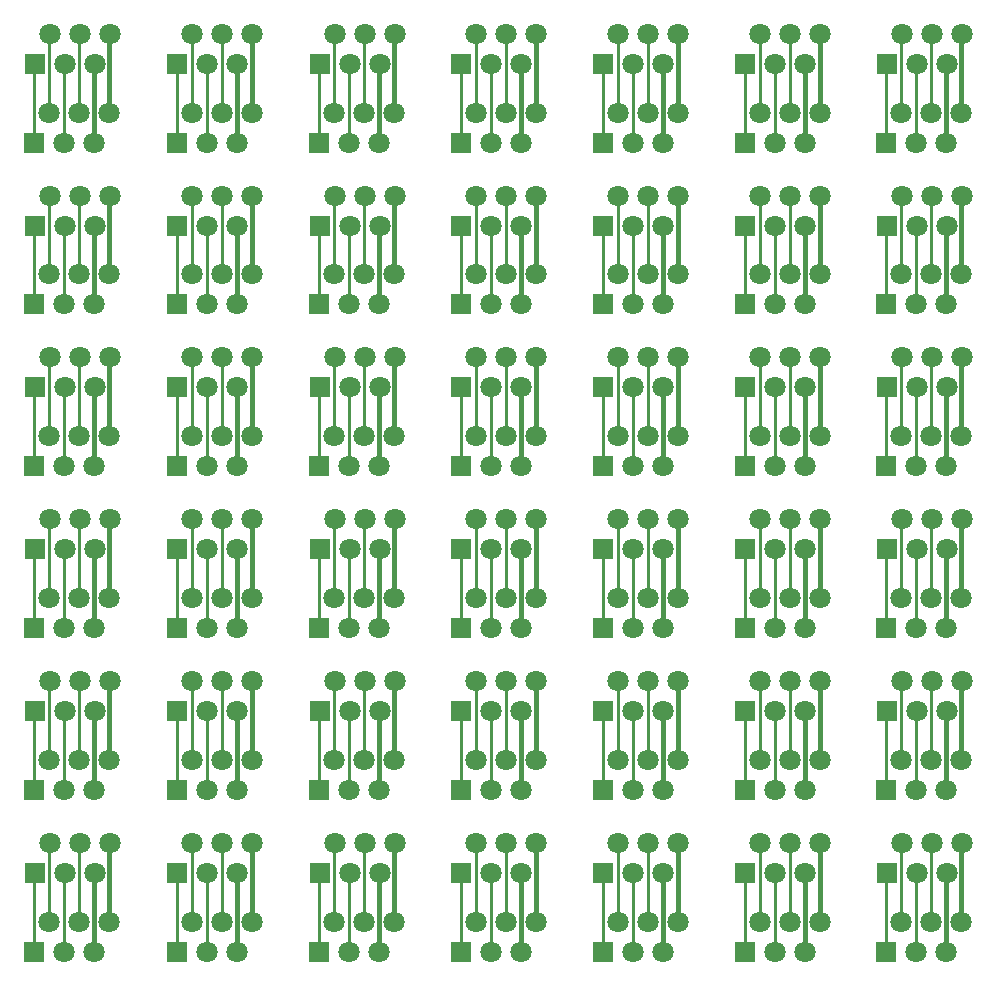
<source format=gbr>
G04 #@! TF.GenerationSoftware,KiCad,Pcbnew,5.0.2-bee76a0~70~ubuntu18.04.1*
G04 #@! TF.CreationDate,2019-05-10T19:14:11+02:00*
G04 #@! TF.ProjectId,spi_connector_board_micromatch_only_5x5_panel,7370695f-636f-46e6-9e65-63746f725f62,rev?*
G04 #@! TF.SameCoordinates,Original*
G04 #@! TF.FileFunction,Copper,L1,Top*
G04 #@! TF.FilePolarity,Positive*
%FSLAX46Y46*%
G04 Gerber Fmt 4.6, Leading zero omitted, Abs format (unit mm)*
G04 Created by KiCad (PCBNEW 5.0.2-bee76a0~70~ubuntu18.04.1) date Fr 10 Mai 2019 19:14:11 CEST*
%MOMM*%
%LPD*%
G01*
G04 APERTURE LIST*
G04 #@! TA.AperFunction,ComponentPad*
%ADD10C,1.800000*%
G04 #@! TD*
G04 #@! TA.AperFunction,ComponentPad*
%ADD11R,1.800000X1.800000*%
G04 #@! TD*
G04 #@! TA.AperFunction,Conductor*
%ADD12C,0.250000*%
G04 #@! TD*
G04 #@! TA.AperFunction,Conductor*
%ADD13C,0.400000*%
G04 #@! TD*
G04 APERTURE END LIST*
D10*
G04 #@! TO.P,REF\002A\002A,6*
G04 #@! TO.N,N/C*
X159442500Y-144208000D03*
G04 #@! TO.P,REF\002A\002A,5*
X158172500Y-146748000D03*
D11*
G04 #@! TO.P,REF\002A\002A,1*
X153092500Y-146748000D03*
D10*
G04 #@! TO.P,REF\002A\002A,2*
X154362500Y-144208000D03*
G04 #@! TO.P,REF\002A\002A,3*
X155632500Y-146748000D03*
G04 #@! TO.P,REF\002A\002A,4*
X156902500Y-144208000D03*
G04 #@! TD*
G04 #@! TO.P,REF\002A\002A,6*
G04 #@! TO.N,N/C*
X147442500Y-144208000D03*
G04 #@! TO.P,REF\002A\002A,5*
X146172500Y-146748000D03*
D11*
G04 #@! TO.P,REF\002A\002A,1*
X141092500Y-146748000D03*
D10*
G04 #@! TO.P,REF\002A\002A,2*
X142362500Y-144208000D03*
G04 #@! TO.P,REF\002A\002A,3*
X143632500Y-146748000D03*
G04 #@! TO.P,REF\002A\002A,4*
X144902500Y-144208000D03*
G04 #@! TD*
G04 #@! TO.P,REF\002A\002A,6*
G04 #@! TO.N,N/C*
X135442500Y-144208000D03*
G04 #@! TO.P,REF\002A\002A,5*
X134172500Y-146748000D03*
D11*
G04 #@! TO.P,REF\002A\002A,1*
X129092500Y-146748000D03*
D10*
G04 #@! TO.P,REF\002A\002A,2*
X130362500Y-144208000D03*
G04 #@! TO.P,REF\002A\002A,3*
X131632500Y-146748000D03*
G04 #@! TO.P,REF\002A\002A,4*
X132902500Y-144208000D03*
G04 #@! TD*
G04 #@! TO.P,REF\002A\002A,6*
G04 #@! TO.N,N/C*
X99346500Y-150881000D03*
G04 #@! TO.P,REF\002A\002A,5*
X98076500Y-153421000D03*
D11*
G04 #@! TO.P,REF\002A\002A,1*
X92996500Y-153421000D03*
D10*
G04 #@! TO.P,REF\002A\002A,2*
X94266500Y-150881000D03*
G04 #@! TO.P,REF\002A\002A,3*
X95536500Y-153421000D03*
G04 #@! TO.P,REF\002A\002A,4*
X96806500Y-150881000D03*
G04 #@! TD*
G04 #@! TO.P,REF\002A\002A,4*
G04 #@! TO.N,N/C*
X156871500Y-150881000D03*
G04 #@! TO.P,REF\002A\002A,3*
X155601500Y-153421000D03*
G04 #@! TO.P,REF\002A\002A,2*
X154331500Y-150881000D03*
D11*
G04 #@! TO.P,REF\002A\002A,1*
X153061500Y-153421000D03*
D10*
G04 #@! TO.P,REF\002A\002A,5*
X158141500Y-153421000D03*
G04 #@! TO.P,REF\002A\002A,6*
X159411500Y-150881000D03*
G04 #@! TD*
G04 #@! TO.P,REF\002A\002A,6*
G04 #@! TO.N,N/C*
X87312500Y-144208000D03*
G04 #@! TO.P,REF\002A\002A,5*
X86042500Y-146748000D03*
D11*
G04 #@! TO.P,REF\002A\002A,1*
X80962500Y-146748000D03*
D10*
G04 #@! TO.P,REF\002A\002A,2*
X82232500Y-144208000D03*
G04 #@! TO.P,REF\002A\002A,3*
X83502500Y-146748000D03*
G04 #@! TO.P,REF\002A\002A,4*
X84772500Y-144208000D03*
G04 #@! TD*
G04 #@! TO.P,REF\002A\002A,4*
G04 #@! TO.N,N/C*
X108871500Y-150881000D03*
G04 #@! TO.P,REF\002A\002A,3*
X107601500Y-153421000D03*
G04 #@! TO.P,REF\002A\002A,2*
X106331500Y-150881000D03*
D11*
G04 #@! TO.P,REF\002A\002A,1*
X105061500Y-153421000D03*
D10*
G04 #@! TO.P,REF\002A\002A,5*
X110141500Y-153421000D03*
G04 #@! TO.P,REF\002A\002A,6*
X111411500Y-150881000D03*
G04 #@! TD*
G04 #@! TO.P,REF\002A\002A,4*
G04 #@! TO.N,N/C*
X120871500Y-150881000D03*
G04 #@! TO.P,REF\002A\002A,3*
X119601500Y-153421000D03*
G04 #@! TO.P,REF\002A\002A,2*
X118331500Y-150881000D03*
D11*
G04 #@! TO.P,REF\002A\002A,1*
X117061500Y-153421000D03*
D10*
G04 #@! TO.P,REF\002A\002A,5*
X122141500Y-153421000D03*
G04 #@! TO.P,REF\002A\002A,6*
X123411500Y-150881000D03*
G04 #@! TD*
G04 #@! TO.P,REF\002A\002A,4*
G04 #@! TO.N,N/C*
X132871500Y-150881000D03*
G04 #@! TO.P,REF\002A\002A,3*
X131601500Y-153421000D03*
G04 #@! TO.P,REF\002A\002A,2*
X130331500Y-150881000D03*
D11*
G04 #@! TO.P,REF\002A\002A,1*
X129061500Y-153421000D03*
D10*
G04 #@! TO.P,REF\002A\002A,5*
X134141500Y-153421000D03*
G04 #@! TO.P,REF\002A\002A,6*
X135411500Y-150881000D03*
G04 #@! TD*
G04 #@! TO.P,REF\002A\002A,4*
G04 #@! TO.N,N/C*
X144871500Y-150881000D03*
G04 #@! TO.P,REF\002A\002A,3*
X143601500Y-153421000D03*
G04 #@! TO.P,REF\002A\002A,2*
X142331500Y-150881000D03*
D11*
G04 #@! TO.P,REF\002A\002A,1*
X141061500Y-153421000D03*
D10*
G04 #@! TO.P,REF\002A\002A,5*
X146141500Y-153421000D03*
G04 #@! TO.P,REF\002A\002A,6*
X147411500Y-150881000D03*
G04 #@! TD*
G04 #@! TO.P,REF\002A\002A,4*
G04 #@! TO.N,N/C*
X84741500Y-150881000D03*
G04 #@! TO.P,REF\002A\002A,3*
X83471500Y-153421000D03*
G04 #@! TO.P,REF\002A\002A,2*
X82201500Y-150881000D03*
D11*
G04 #@! TO.P,REF\002A\002A,1*
X80931500Y-153421000D03*
D10*
G04 #@! TO.P,REF\002A\002A,5*
X86011500Y-153421000D03*
G04 #@! TO.P,REF\002A\002A,6*
X87281500Y-150881000D03*
G04 #@! TD*
G04 #@! TO.P,REF\002A\002A,6*
G04 #@! TO.N,N/C*
X111442500Y-144208000D03*
G04 #@! TO.P,REF\002A\002A,5*
X110172500Y-146748000D03*
D11*
G04 #@! TO.P,REF\002A\002A,1*
X105092500Y-146748000D03*
D10*
G04 #@! TO.P,REF\002A\002A,2*
X106362500Y-144208000D03*
G04 #@! TO.P,REF\002A\002A,3*
X107632500Y-146748000D03*
G04 #@! TO.P,REF\002A\002A,4*
X108902500Y-144208000D03*
G04 #@! TD*
G04 #@! TO.P,REF\002A\002A,4*
G04 #@! TO.N,N/C*
X96837500Y-144208000D03*
G04 #@! TO.P,REF\002A\002A,3*
X95567500Y-146748000D03*
G04 #@! TO.P,REF\002A\002A,2*
X94297500Y-144208000D03*
D11*
G04 #@! TO.P,REF\002A\002A,1*
X93027500Y-146748000D03*
D10*
G04 #@! TO.P,REF\002A\002A,5*
X98107500Y-146748000D03*
G04 #@! TO.P,REF\002A\002A,6*
X99377500Y-144208000D03*
G04 #@! TD*
G04 #@! TO.P,REF\002A\002A,6*
G04 #@! TO.N,N/C*
X123442500Y-144208000D03*
G04 #@! TO.P,REF\002A\002A,5*
X122172500Y-146748000D03*
D11*
G04 #@! TO.P,REF\002A\002A,1*
X117092500Y-146748000D03*
D10*
G04 #@! TO.P,REF\002A\002A,2*
X118362500Y-144208000D03*
G04 #@! TO.P,REF\002A\002A,3*
X119632500Y-146748000D03*
G04 #@! TO.P,REF\002A\002A,4*
X120902500Y-144208000D03*
G04 #@! TD*
G04 #@! TO.P,REF\002A\002A,4*
G04 #@! TO.N,N/C*
X84741500Y-82365000D03*
G04 #@! TO.P,REF\002A\002A,3*
X83471500Y-84905000D03*
G04 #@! TO.P,REF\002A\002A,2*
X82201500Y-82365000D03*
D11*
G04 #@! TO.P,REF\002A\002A,1*
X80931500Y-84905000D03*
D10*
G04 #@! TO.P,REF\002A\002A,5*
X86011500Y-84905000D03*
G04 #@! TO.P,REF\002A\002A,6*
X87281500Y-82365000D03*
G04 #@! TD*
G04 #@! TO.P,REF\002A\002A,6*
G04 #@! TO.N,N/C*
X87281500Y-96065000D03*
G04 #@! TO.P,REF\002A\002A,5*
X86011500Y-98605000D03*
D11*
G04 #@! TO.P,REF\002A\002A,1*
X80931500Y-98605000D03*
D10*
G04 #@! TO.P,REF\002A\002A,2*
X82201500Y-96065000D03*
G04 #@! TO.P,REF\002A\002A,3*
X83471500Y-98605000D03*
G04 #@! TO.P,REF\002A\002A,4*
X84741500Y-96065000D03*
G04 #@! TD*
G04 #@! TO.P,REF\002A\002A,6*
G04 #@! TO.N,N/C*
X87281500Y-123465000D03*
G04 #@! TO.P,REF\002A\002A,5*
X86011500Y-126005000D03*
D11*
G04 #@! TO.P,REF\002A\002A,1*
X80931500Y-126005000D03*
D10*
G04 #@! TO.P,REF\002A\002A,2*
X82201500Y-123465000D03*
G04 #@! TO.P,REF\002A\002A,3*
X83471500Y-126005000D03*
G04 #@! TO.P,REF\002A\002A,4*
X84741500Y-123465000D03*
G04 #@! TD*
G04 #@! TO.P,REF\002A\002A,6*
G04 #@! TO.N,N/C*
X87281500Y-137165000D03*
G04 #@! TO.P,REF\002A\002A,5*
X86011500Y-139705000D03*
D11*
G04 #@! TO.P,REF\002A\002A,1*
X80931500Y-139705000D03*
D10*
G04 #@! TO.P,REF\002A\002A,2*
X82201500Y-137165000D03*
G04 #@! TO.P,REF\002A\002A,3*
X83471500Y-139705000D03*
G04 #@! TO.P,REF\002A\002A,4*
X84741500Y-137165000D03*
G04 #@! TD*
G04 #@! TO.P,REF\002A\002A,6*
G04 #@! TO.N,N/C*
X87281500Y-109765000D03*
G04 #@! TO.P,REF\002A\002A,5*
X86011500Y-112305000D03*
D11*
G04 #@! TO.P,REF\002A\002A,1*
X80931500Y-112305000D03*
D10*
G04 #@! TO.P,REF\002A\002A,2*
X82201500Y-109765000D03*
G04 #@! TO.P,REF\002A\002A,3*
X83471500Y-112305000D03*
G04 #@! TO.P,REF\002A\002A,4*
X84741500Y-109765000D03*
G04 #@! TD*
G04 #@! TO.P,REF\002A\002A,4*
G04 #@! TO.N,N/C*
X84772500Y-89392000D03*
G04 #@! TO.P,REF\002A\002A,3*
X83502500Y-91932000D03*
G04 #@! TO.P,REF\002A\002A,2*
X82232500Y-89392000D03*
D11*
G04 #@! TO.P,REF\002A\002A,1*
X80962500Y-91932000D03*
D10*
G04 #@! TO.P,REF\002A\002A,5*
X86042500Y-91932000D03*
G04 #@! TO.P,REF\002A\002A,6*
X87312500Y-89392000D03*
G04 #@! TD*
G04 #@! TO.P,REF\002A\002A,4*
G04 #@! TO.N,N/C*
X84772500Y-103092000D03*
G04 #@! TO.P,REF\002A\002A,3*
X83502500Y-105632000D03*
G04 #@! TO.P,REF\002A\002A,2*
X82232500Y-103092000D03*
D11*
G04 #@! TO.P,REF\002A\002A,1*
X80962500Y-105632000D03*
D10*
G04 #@! TO.P,REF\002A\002A,5*
X86042500Y-105632000D03*
G04 #@! TO.P,REF\002A\002A,6*
X87312500Y-103092000D03*
G04 #@! TD*
G04 #@! TO.P,REF\002A\002A,4*
G04 #@! TO.N,N/C*
X84772500Y-116792000D03*
G04 #@! TO.P,REF\002A\002A,3*
X83502500Y-119332000D03*
G04 #@! TO.P,REF\002A\002A,2*
X82232500Y-116792000D03*
D11*
G04 #@! TO.P,REF\002A\002A,1*
X80962500Y-119332000D03*
D10*
G04 #@! TO.P,REF\002A\002A,5*
X86042500Y-119332000D03*
G04 #@! TO.P,REF\002A\002A,6*
X87312500Y-116792000D03*
G04 #@! TD*
G04 #@! TO.P,REF\002A\002A,6*
G04 #@! TO.N,N/C*
X87312500Y-75692000D03*
G04 #@! TO.P,REF\002A\002A,5*
X86042500Y-78232000D03*
D11*
G04 #@! TO.P,REF\002A\002A,1*
X80962500Y-78232000D03*
D10*
G04 #@! TO.P,REF\002A\002A,2*
X82232500Y-75692000D03*
G04 #@! TO.P,REF\002A\002A,3*
X83502500Y-78232000D03*
G04 #@! TO.P,REF\002A\002A,4*
X84772500Y-75692000D03*
G04 #@! TD*
G04 #@! TO.P,REF\002A\002A,4*
G04 #@! TO.N,N/C*
X84772500Y-130492000D03*
G04 #@! TO.P,REF\002A\002A,3*
X83502500Y-133032000D03*
G04 #@! TO.P,REF\002A\002A,2*
X82232500Y-130492000D03*
D11*
G04 #@! TO.P,REF\002A\002A,1*
X80962500Y-133032000D03*
D10*
G04 #@! TO.P,REF\002A\002A,5*
X86042500Y-133032000D03*
G04 #@! TO.P,REF\002A\002A,6*
X87312500Y-130492000D03*
G04 #@! TD*
G04 #@! TO.P,REF\002A\002A,6*
G04 #@! TO.N,N/C*
X99377500Y-89392000D03*
G04 #@! TO.P,REF\002A\002A,5*
X98107500Y-91932000D03*
D11*
G04 #@! TO.P,REF\002A\002A,1*
X93027500Y-91932000D03*
D10*
G04 #@! TO.P,REF\002A\002A,2*
X94297500Y-89392000D03*
G04 #@! TO.P,REF\002A\002A,3*
X95567500Y-91932000D03*
G04 #@! TO.P,REF\002A\002A,4*
X96837500Y-89392000D03*
G04 #@! TD*
G04 #@! TO.P,REF\002A\002A,6*
G04 #@! TO.N,N/C*
X99377500Y-103092000D03*
G04 #@! TO.P,REF\002A\002A,5*
X98107500Y-105632000D03*
D11*
G04 #@! TO.P,REF\002A\002A,1*
X93027500Y-105632000D03*
D10*
G04 #@! TO.P,REF\002A\002A,2*
X94297500Y-103092000D03*
G04 #@! TO.P,REF\002A\002A,3*
X95567500Y-105632000D03*
G04 #@! TO.P,REF\002A\002A,4*
X96837500Y-103092000D03*
G04 #@! TD*
G04 #@! TO.P,REF\002A\002A,6*
G04 #@! TO.N,N/C*
X99377500Y-116792000D03*
G04 #@! TO.P,REF\002A\002A,5*
X98107500Y-119332000D03*
D11*
G04 #@! TO.P,REF\002A\002A,1*
X93027500Y-119332000D03*
D10*
G04 #@! TO.P,REF\002A\002A,2*
X94297500Y-116792000D03*
G04 #@! TO.P,REF\002A\002A,3*
X95567500Y-119332000D03*
G04 #@! TO.P,REF\002A\002A,4*
X96837500Y-116792000D03*
G04 #@! TD*
G04 #@! TO.P,REF\002A\002A,4*
G04 #@! TO.N,N/C*
X96837500Y-75692000D03*
G04 #@! TO.P,REF\002A\002A,3*
X95567500Y-78232000D03*
G04 #@! TO.P,REF\002A\002A,2*
X94297500Y-75692000D03*
D11*
G04 #@! TO.P,REF\002A\002A,1*
X93027500Y-78232000D03*
D10*
G04 #@! TO.P,REF\002A\002A,5*
X98107500Y-78232000D03*
G04 #@! TO.P,REF\002A\002A,6*
X99377500Y-75692000D03*
G04 #@! TD*
G04 #@! TO.P,REF\002A\002A,4*
G04 #@! TO.N,N/C*
X96806500Y-96065000D03*
G04 #@! TO.P,REF\002A\002A,3*
X95536500Y-98605000D03*
G04 #@! TO.P,REF\002A\002A,2*
X94266500Y-96065000D03*
D11*
G04 #@! TO.P,REF\002A\002A,1*
X92996500Y-98605000D03*
D10*
G04 #@! TO.P,REF\002A\002A,5*
X98076500Y-98605000D03*
G04 #@! TO.P,REF\002A\002A,6*
X99346500Y-96065000D03*
G04 #@! TD*
G04 #@! TO.P,REF\002A\002A,4*
G04 #@! TO.N,N/C*
X96806500Y-109765000D03*
G04 #@! TO.P,REF\002A\002A,3*
X95536500Y-112305000D03*
G04 #@! TO.P,REF\002A\002A,2*
X94266500Y-109765000D03*
D11*
G04 #@! TO.P,REF\002A\002A,1*
X92996500Y-112305000D03*
D10*
G04 #@! TO.P,REF\002A\002A,5*
X98076500Y-112305000D03*
G04 #@! TO.P,REF\002A\002A,6*
X99346500Y-109765000D03*
G04 #@! TD*
G04 #@! TO.P,REF\002A\002A,4*
G04 #@! TO.N,N/C*
X96806500Y-123465000D03*
G04 #@! TO.P,REF\002A\002A,3*
X95536500Y-126005000D03*
G04 #@! TO.P,REF\002A\002A,2*
X94266500Y-123465000D03*
D11*
G04 #@! TO.P,REF\002A\002A,1*
X92996500Y-126005000D03*
D10*
G04 #@! TO.P,REF\002A\002A,5*
X98076500Y-126005000D03*
G04 #@! TO.P,REF\002A\002A,6*
X99346500Y-123465000D03*
G04 #@! TD*
G04 #@! TO.P,REF\002A\002A,4*
G04 #@! TO.N,N/C*
X96806500Y-137165000D03*
G04 #@! TO.P,REF\002A\002A,3*
X95536500Y-139705000D03*
G04 #@! TO.P,REF\002A\002A,2*
X94266500Y-137165000D03*
D11*
G04 #@! TO.P,REF\002A\002A,1*
X92996500Y-139705000D03*
D10*
G04 #@! TO.P,REF\002A\002A,5*
X98076500Y-139705000D03*
G04 #@! TO.P,REF\002A\002A,6*
X99346500Y-137165000D03*
G04 #@! TD*
G04 #@! TO.P,REF\002A\002A,6*
G04 #@! TO.N,N/C*
X99346500Y-82365000D03*
G04 #@! TO.P,REF\002A\002A,5*
X98076500Y-84905000D03*
D11*
G04 #@! TO.P,REF\002A\002A,1*
X92996500Y-84905000D03*
D10*
G04 #@! TO.P,REF\002A\002A,2*
X94266500Y-82365000D03*
G04 #@! TO.P,REF\002A\002A,3*
X95536500Y-84905000D03*
G04 #@! TO.P,REF\002A\002A,4*
X96806500Y-82365000D03*
G04 #@! TD*
G04 #@! TO.P,REF\002A\002A,6*
G04 #@! TO.N,N/C*
X99377500Y-130492000D03*
G04 #@! TO.P,REF\002A\002A,5*
X98107500Y-133032000D03*
D11*
G04 #@! TO.P,REF\002A\002A,1*
X93027500Y-133032000D03*
D10*
G04 #@! TO.P,REF\002A\002A,2*
X94297500Y-130492000D03*
G04 #@! TO.P,REF\002A\002A,3*
X95567500Y-133032000D03*
G04 #@! TO.P,REF\002A\002A,4*
X96837500Y-130492000D03*
G04 #@! TD*
G04 #@! TO.P,REF\002A\002A,4*
G04 #@! TO.N,N/C*
X156902500Y-130492000D03*
G04 #@! TO.P,REF\002A\002A,3*
X155632500Y-133032000D03*
G04 #@! TO.P,REF\002A\002A,2*
X154362500Y-130492000D03*
D11*
G04 #@! TO.P,REF\002A\002A,1*
X153092500Y-133032000D03*
D10*
G04 #@! TO.P,REF\002A\002A,5*
X158172500Y-133032000D03*
G04 #@! TO.P,REF\002A\002A,6*
X159442500Y-130492000D03*
G04 #@! TD*
G04 #@! TO.P,REF\002A\002A,4*
G04 #@! TO.N,N/C*
X144902500Y-130492000D03*
G04 #@! TO.P,REF\002A\002A,3*
X143632500Y-133032000D03*
G04 #@! TO.P,REF\002A\002A,2*
X142362500Y-130492000D03*
D11*
G04 #@! TO.P,REF\002A\002A,1*
X141092500Y-133032000D03*
D10*
G04 #@! TO.P,REF\002A\002A,5*
X146172500Y-133032000D03*
G04 #@! TO.P,REF\002A\002A,6*
X147442500Y-130492000D03*
G04 #@! TD*
G04 #@! TO.P,REF\002A\002A,4*
G04 #@! TO.N,N/C*
X132902500Y-130492000D03*
G04 #@! TO.P,REF\002A\002A,3*
X131632500Y-133032000D03*
G04 #@! TO.P,REF\002A\002A,2*
X130362500Y-130492000D03*
D11*
G04 #@! TO.P,REF\002A\002A,1*
X129092500Y-133032000D03*
D10*
G04 #@! TO.P,REF\002A\002A,5*
X134172500Y-133032000D03*
G04 #@! TO.P,REF\002A\002A,6*
X135442500Y-130492000D03*
G04 #@! TD*
G04 #@! TO.P,REF\002A\002A,4*
G04 #@! TO.N,N/C*
X120902500Y-130492000D03*
G04 #@! TO.P,REF\002A\002A,3*
X119632500Y-133032000D03*
G04 #@! TO.P,REF\002A\002A,2*
X118362500Y-130492000D03*
D11*
G04 #@! TO.P,REF\002A\002A,1*
X117092500Y-133032000D03*
D10*
G04 #@! TO.P,REF\002A\002A,5*
X122172500Y-133032000D03*
G04 #@! TO.P,REF\002A\002A,6*
X123442500Y-130492000D03*
G04 #@! TD*
G04 #@! TO.P,REF\002A\002A,4*
G04 #@! TO.N,N/C*
X108902500Y-130492000D03*
G04 #@! TO.P,REF\002A\002A,3*
X107632500Y-133032000D03*
G04 #@! TO.P,REF\002A\002A,2*
X106362500Y-130492000D03*
D11*
G04 #@! TO.P,REF\002A\002A,1*
X105092500Y-133032000D03*
D10*
G04 #@! TO.P,REF\002A\002A,5*
X110172500Y-133032000D03*
G04 #@! TO.P,REF\002A\002A,6*
X111442500Y-130492000D03*
G04 #@! TD*
G04 #@! TO.P,REF\002A\002A,4*
G04 #@! TO.N,N/C*
X156902500Y-116792000D03*
G04 #@! TO.P,REF\002A\002A,3*
X155632500Y-119332000D03*
G04 #@! TO.P,REF\002A\002A,2*
X154362500Y-116792000D03*
D11*
G04 #@! TO.P,REF\002A\002A,1*
X153092500Y-119332000D03*
D10*
G04 #@! TO.P,REF\002A\002A,5*
X158172500Y-119332000D03*
G04 #@! TO.P,REF\002A\002A,6*
X159442500Y-116792000D03*
G04 #@! TD*
G04 #@! TO.P,REF\002A\002A,4*
G04 #@! TO.N,N/C*
X144902500Y-116792000D03*
G04 #@! TO.P,REF\002A\002A,3*
X143632500Y-119332000D03*
G04 #@! TO.P,REF\002A\002A,2*
X142362500Y-116792000D03*
D11*
G04 #@! TO.P,REF\002A\002A,1*
X141092500Y-119332000D03*
D10*
G04 #@! TO.P,REF\002A\002A,5*
X146172500Y-119332000D03*
G04 #@! TO.P,REF\002A\002A,6*
X147442500Y-116792000D03*
G04 #@! TD*
G04 #@! TO.P,REF\002A\002A,4*
G04 #@! TO.N,N/C*
X132902500Y-116792000D03*
G04 #@! TO.P,REF\002A\002A,3*
X131632500Y-119332000D03*
G04 #@! TO.P,REF\002A\002A,2*
X130362500Y-116792000D03*
D11*
G04 #@! TO.P,REF\002A\002A,1*
X129092500Y-119332000D03*
D10*
G04 #@! TO.P,REF\002A\002A,5*
X134172500Y-119332000D03*
G04 #@! TO.P,REF\002A\002A,6*
X135442500Y-116792000D03*
G04 #@! TD*
G04 #@! TO.P,REF\002A\002A,4*
G04 #@! TO.N,N/C*
X120902500Y-116792000D03*
G04 #@! TO.P,REF\002A\002A,3*
X119632500Y-119332000D03*
G04 #@! TO.P,REF\002A\002A,2*
X118362500Y-116792000D03*
D11*
G04 #@! TO.P,REF\002A\002A,1*
X117092500Y-119332000D03*
D10*
G04 #@! TO.P,REF\002A\002A,5*
X122172500Y-119332000D03*
G04 #@! TO.P,REF\002A\002A,6*
X123442500Y-116792000D03*
G04 #@! TD*
G04 #@! TO.P,REF\002A\002A,4*
G04 #@! TO.N,N/C*
X108902500Y-116792000D03*
G04 #@! TO.P,REF\002A\002A,3*
X107632500Y-119332000D03*
G04 #@! TO.P,REF\002A\002A,2*
X106362500Y-116792000D03*
D11*
G04 #@! TO.P,REF\002A\002A,1*
X105092500Y-119332000D03*
D10*
G04 #@! TO.P,REF\002A\002A,5*
X110172500Y-119332000D03*
G04 #@! TO.P,REF\002A\002A,6*
X111442500Y-116792000D03*
G04 #@! TD*
G04 #@! TO.P,REF\002A\002A,4*
G04 #@! TO.N,N/C*
X156902500Y-103092000D03*
G04 #@! TO.P,REF\002A\002A,3*
X155632500Y-105632000D03*
G04 #@! TO.P,REF\002A\002A,2*
X154362500Y-103092000D03*
D11*
G04 #@! TO.P,REF\002A\002A,1*
X153092500Y-105632000D03*
D10*
G04 #@! TO.P,REF\002A\002A,5*
X158172500Y-105632000D03*
G04 #@! TO.P,REF\002A\002A,6*
X159442500Y-103092000D03*
G04 #@! TD*
G04 #@! TO.P,REF\002A\002A,4*
G04 #@! TO.N,N/C*
X144902500Y-103092000D03*
G04 #@! TO.P,REF\002A\002A,3*
X143632500Y-105632000D03*
G04 #@! TO.P,REF\002A\002A,2*
X142362500Y-103092000D03*
D11*
G04 #@! TO.P,REF\002A\002A,1*
X141092500Y-105632000D03*
D10*
G04 #@! TO.P,REF\002A\002A,5*
X146172500Y-105632000D03*
G04 #@! TO.P,REF\002A\002A,6*
X147442500Y-103092000D03*
G04 #@! TD*
G04 #@! TO.P,REF\002A\002A,4*
G04 #@! TO.N,N/C*
X132902500Y-103092000D03*
G04 #@! TO.P,REF\002A\002A,3*
X131632500Y-105632000D03*
G04 #@! TO.P,REF\002A\002A,2*
X130362500Y-103092000D03*
D11*
G04 #@! TO.P,REF\002A\002A,1*
X129092500Y-105632000D03*
D10*
G04 #@! TO.P,REF\002A\002A,5*
X134172500Y-105632000D03*
G04 #@! TO.P,REF\002A\002A,6*
X135442500Y-103092000D03*
G04 #@! TD*
G04 #@! TO.P,REF\002A\002A,4*
G04 #@! TO.N,N/C*
X120902500Y-103092000D03*
G04 #@! TO.P,REF\002A\002A,3*
X119632500Y-105632000D03*
G04 #@! TO.P,REF\002A\002A,2*
X118362500Y-103092000D03*
D11*
G04 #@! TO.P,REF\002A\002A,1*
X117092500Y-105632000D03*
D10*
G04 #@! TO.P,REF\002A\002A,5*
X122172500Y-105632000D03*
G04 #@! TO.P,REF\002A\002A,6*
X123442500Y-103092000D03*
G04 #@! TD*
G04 #@! TO.P,REF\002A\002A,4*
G04 #@! TO.N,N/C*
X108902500Y-103092000D03*
G04 #@! TO.P,REF\002A\002A,3*
X107632500Y-105632000D03*
G04 #@! TO.P,REF\002A\002A,2*
X106362500Y-103092000D03*
D11*
G04 #@! TO.P,REF\002A\002A,1*
X105092500Y-105632000D03*
D10*
G04 #@! TO.P,REF\002A\002A,5*
X110172500Y-105632000D03*
G04 #@! TO.P,REF\002A\002A,6*
X111442500Y-103092000D03*
G04 #@! TD*
G04 #@! TO.P,REF\002A\002A,4*
G04 #@! TO.N,N/C*
X156902500Y-89392000D03*
G04 #@! TO.P,REF\002A\002A,3*
X155632500Y-91932000D03*
G04 #@! TO.P,REF\002A\002A,2*
X154362500Y-89392000D03*
D11*
G04 #@! TO.P,REF\002A\002A,1*
X153092500Y-91932000D03*
D10*
G04 #@! TO.P,REF\002A\002A,5*
X158172500Y-91932000D03*
G04 #@! TO.P,REF\002A\002A,6*
X159442500Y-89392000D03*
G04 #@! TD*
G04 #@! TO.P,REF\002A\002A,4*
G04 #@! TO.N,N/C*
X144902500Y-89392000D03*
G04 #@! TO.P,REF\002A\002A,3*
X143632500Y-91932000D03*
G04 #@! TO.P,REF\002A\002A,2*
X142362500Y-89392000D03*
D11*
G04 #@! TO.P,REF\002A\002A,1*
X141092500Y-91932000D03*
D10*
G04 #@! TO.P,REF\002A\002A,5*
X146172500Y-91932000D03*
G04 #@! TO.P,REF\002A\002A,6*
X147442500Y-89392000D03*
G04 #@! TD*
G04 #@! TO.P,REF\002A\002A,4*
G04 #@! TO.N,N/C*
X132902500Y-89392000D03*
G04 #@! TO.P,REF\002A\002A,3*
X131632500Y-91932000D03*
G04 #@! TO.P,REF\002A\002A,2*
X130362500Y-89392000D03*
D11*
G04 #@! TO.P,REF\002A\002A,1*
X129092500Y-91932000D03*
D10*
G04 #@! TO.P,REF\002A\002A,5*
X134172500Y-91932000D03*
G04 #@! TO.P,REF\002A\002A,6*
X135442500Y-89392000D03*
G04 #@! TD*
G04 #@! TO.P,REF\002A\002A,4*
G04 #@! TO.N,N/C*
X120902500Y-89392000D03*
G04 #@! TO.P,REF\002A\002A,3*
X119632500Y-91932000D03*
G04 #@! TO.P,REF\002A\002A,2*
X118362500Y-89392000D03*
D11*
G04 #@! TO.P,REF\002A\002A,1*
X117092500Y-91932000D03*
D10*
G04 #@! TO.P,REF\002A\002A,5*
X122172500Y-91932000D03*
G04 #@! TO.P,REF\002A\002A,6*
X123442500Y-89392000D03*
G04 #@! TD*
G04 #@! TO.P,REF\002A\002A,4*
G04 #@! TO.N,N/C*
X108902500Y-89392000D03*
G04 #@! TO.P,REF\002A\002A,3*
X107632500Y-91932000D03*
G04 #@! TO.P,REF\002A\002A,2*
X106362500Y-89392000D03*
D11*
G04 #@! TO.P,REF\002A\002A,1*
X105092500Y-91932000D03*
D10*
G04 #@! TO.P,REF\002A\002A,5*
X110172500Y-91932000D03*
G04 #@! TO.P,REF\002A\002A,6*
X111442500Y-89392000D03*
G04 #@! TD*
G04 #@! TO.P,REF\002A\002A,4*
G04 #@! TO.N,N/C*
X156902500Y-75692000D03*
G04 #@! TO.P,REF\002A\002A,3*
X155632500Y-78232000D03*
G04 #@! TO.P,REF\002A\002A,2*
X154362500Y-75692000D03*
D11*
G04 #@! TO.P,REF\002A\002A,1*
X153092500Y-78232000D03*
D10*
G04 #@! TO.P,REF\002A\002A,5*
X158172500Y-78232000D03*
G04 #@! TO.P,REF\002A\002A,6*
X159442500Y-75692000D03*
G04 #@! TD*
G04 #@! TO.P,REF\002A\002A,4*
G04 #@! TO.N,N/C*
X144902500Y-75692000D03*
G04 #@! TO.P,REF\002A\002A,3*
X143632500Y-78232000D03*
G04 #@! TO.P,REF\002A\002A,2*
X142362500Y-75692000D03*
D11*
G04 #@! TO.P,REF\002A\002A,1*
X141092500Y-78232000D03*
D10*
G04 #@! TO.P,REF\002A\002A,5*
X146172500Y-78232000D03*
G04 #@! TO.P,REF\002A\002A,6*
X147442500Y-75692000D03*
G04 #@! TD*
G04 #@! TO.P,REF\002A\002A,4*
G04 #@! TO.N,N/C*
X132902500Y-75692000D03*
G04 #@! TO.P,REF\002A\002A,3*
X131632500Y-78232000D03*
G04 #@! TO.P,REF\002A\002A,2*
X130362500Y-75692000D03*
D11*
G04 #@! TO.P,REF\002A\002A,1*
X129092500Y-78232000D03*
D10*
G04 #@! TO.P,REF\002A\002A,5*
X134172500Y-78232000D03*
G04 #@! TO.P,REF\002A\002A,6*
X135442500Y-75692000D03*
G04 #@! TD*
G04 #@! TO.P,REF\002A\002A,4*
G04 #@! TO.N,N/C*
X120902500Y-75692000D03*
G04 #@! TO.P,REF\002A\002A,3*
X119632500Y-78232000D03*
G04 #@! TO.P,REF\002A\002A,2*
X118362500Y-75692000D03*
D11*
G04 #@! TO.P,REF\002A\002A,1*
X117092500Y-78232000D03*
D10*
G04 #@! TO.P,REF\002A\002A,5*
X122172500Y-78232000D03*
G04 #@! TO.P,REF\002A\002A,6*
X123442500Y-75692000D03*
G04 #@! TD*
G04 #@! TO.P,REF\002A\002A,6*
G04 #@! TO.N,N/C*
X159411500Y-137165000D03*
G04 #@! TO.P,REF\002A\002A,5*
X158141500Y-139705000D03*
D11*
G04 #@! TO.P,REF\002A\002A,1*
X153061500Y-139705000D03*
D10*
G04 #@! TO.P,REF\002A\002A,2*
X154331500Y-137165000D03*
G04 #@! TO.P,REF\002A\002A,3*
X155601500Y-139705000D03*
G04 #@! TO.P,REF\002A\002A,4*
X156871500Y-137165000D03*
G04 #@! TD*
G04 #@! TO.P,REF\002A\002A,6*
G04 #@! TO.N,N/C*
X147411500Y-137165000D03*
G04 #@! TO.P,REF\002A\002A,5*
X146141500Y-139705000D03*
D11*
G04 #@! TO.P,REF\002A\002A,1*
X141061500Y-139705000D03*
D10*
G04 #@! TO.P,REF\002A\002A,2*
X142331500Y-137165000D03*
G04 #@! TO.P,REF\002A\002A,3*
X143601500Y-139705000D03*
G04 #@! TO.P,REF\002A\002A,4*
X144871500Y-137165000D03*
G04 #@! TD*
G04 #@! TO.P,REF\002A\002A,6*
G04 #@! TO.N,N/C*
X135411500Y-137165000D03*
G04 #@! TO.P,REF\002A\002A,5*
X134141500Y-139705000D03*
D11*
G04 #@! TO.P,REF\002A\002A,1*
X129061500Y-139705000D03*
D10*
G04 #@! TO.P,REF\002A\002A,2*
X130331500Y-137165000D03*
G04 #@! TO.P,REF\002A\002A,3*
X131601500Y-139705000D03*
G04 #@! TO.P,REF\002A\002A,4*
X132871500Y-137165000D03*
G04 #@! TD*
G04 #@! TO.P,REF\002A\002A,6*
G04 #@! TO.N,N/C*
X123411500Y-137165000D03*
G04 #@! TO.P,REF\002A\002A,5*
X122141500Y-139705000D03*
D11*
G04 #@! TO.P,REF\002A\002A,1*
X117061500Y-139705000D03*
D10*
G04 #@! TO.P,REF\002A\002A,2*
X118331500Y-137165000D03*
G04 #@! TO.P,REF\002A\002A,3*
X119601500Y-139705000D03*
G04 #@! TO.P,REF\002A\002A,4*
X120871500Y-137165000D03*
G04 #@! TD*
G04 #@! TO.P,REF\002A\002A,6*
G04 #@! TO.N,N/C*
X111411500Y-137165000D03*
G04 #@! TO.P,REF\002A\002A,5*
X110141500Y-139705000D03*
D11*
G04 #@! TO.P,REF\002A\002A,1*
X105061500Y-139705000D03*
D10*
G04 #@! TO.P,REF\002A\002A,2*
X106331500Y-137165000D03*
G04 #@! TO.P,REF\002A\002A,3*
X107601500Y-139705000D03*
G04 #@! TO.P,REF\002A\002A,4*
X108871500Y-137165000D03*
G04 #@! TD*
G04 #@! TO.P,REF\002A\002A,6*
G04 #@! TO.N,N/C*
X159411500Y-123465000D03*
G04 #@! TO.P,REF\002A\002A,5*
X158141500Y-126005000D03*
D11*
G04 #@! TO.P,REF\002A\002A,1*
X153061500Y-126005000D03*
D10*
G04 #@! TO.P,REF\002A\002A,2*
X154331500Y-123465000D03*
G04 #@! TO.P,REF\002A\002A,3*
X155601500Y-126005000D03*
G04 #@! TO.P,REF\002A\002A,4*
X156871500Y-123465000D03*
G04 #@! TD*
G04 #@! TO.P,REF\002A\002A,6*
G04 #@! TO.N,N/C*
X147411500Y-123465000D03*
G04 #@! TO.P,REF\002A\002A,5*
X146141500Y-126005000D03*
D11*
G04 #@! TO.P,REF\002A\002A,1*
X141061500Y-126005000D03*
D10*
G04 #@! TO.P,REF\002A\002A,2*
X142331500Y-123465000D03*
G04 #@! TO.P,REF\002A\002A,3*
X143601500Y-126005000D03*
G04 #@! TO.P,REF\002A\002A,4*
X144871500Y-123465000D03*
G04 #@! TD*
G04 #@! TO.P,REF\002A\002A,6*
G04 #@! TO.N,N/C*
X135411500Y-123465000D03*
G04 #@! TO.P,REF\002A\002A,5*
X134141500Y-126005000D03*
D11*
G04 #@! TO.P,REF\002A\002A,1*
X129061500Y-126005000D03*
D10*
G04 #@! TO.P,REF\002A\002A,2*
X130331500Y-123465000D03*
G04 #@! TO.P,REF\002A\002A,3*
X131601500Y-126005000D03*
G04 #@! TO.P,REF\002A\002A,4*
X132871500Y-123465000D03*
G04 #@! TD*
G04 #@! TO.P,REF\002A\002A,6*
G04 #@! TO.N,N/C*
X123411500Y-123465000D03*
G04 #@! TO.P,REF\002A\002A,5*
X122141500Y-126005000D03*
D11*
G04 #@! TO.P,REF\002A\002A,1*
X117061500Y-126005000D03*
D10*
G04 #@! TO.P,REF\002A\002A,2*
X118331500Y-123465000D03*
G04 #@! TO.P,REF\002A\002A,3*
X119601500Y-126005000D03*
G04 #@! TO.P,REF\002A\002A,4*
X120871500Y-123465000D03*
G04 #@! TD*
G04 #@! TO.P,REF\002A\002A,6*
G04 #@! TO.N,N/C*
X111411500Y-123465000D03*
G04 #@! TO.P,REF\002A\002A,5*
X110141500Y-126005000D03*
D11*
G04 #@! TO.P,REF\002A\002A,1*
X105061500Y-126005000D03*
D10*
G04 #@! TO.P,REF\002A\002A,2*
X106331500Y-123465000D03*
G04 #@! TO.P,REF\002A\002A,3*
X107601500Y-126005000D03*
G04 #@! TO.P,REF\002A\002A,4*
X108871500Y-123465000D03*
G04 #@! TD*
G04 #@! TO.P,REF\002A\002A,6*
G04 #@! TO.N,N/C*
X159411500Y-109765000D03*
G04 #@! TO.P,REF\002A\002A,5*
X158141500Y-112305000D03*
D11*
G04 #@! TO.P,REF\002A\002A,1*
X153061500Y-112305000D03*
D10*
G04 #@! TO.P,REF\002A\002A,2*
X154331500Y-109765000D03*
G04 #@! TO.P,REF\002A\002A,3*
X155601500Y-112305000D03*
G04 #@! TO.P,REF\002A\002A,4*
X156871500Y-109765000D03*
G04 #@! TD*
G04 #@! TO.P,REF\002A\002A,6*
G04 #@! TO.N,N/C*
X147411500Y-109765000D03*
G04 #@! TO.P,REF\002A\002A,5*
X146141500Y-112305000D03*
D11*
G04 #@! TO.P,REF\002A\002A,1*
X141061500Y-112305000D03*
D10*
G04 #@! TO.P,REF\002A\002A,2*
X142331500Y-109765000D03*
G04 #@! TO.P,REF\002A\002A,3*
X143601500Y-112305000D03*
G04 #@! TO.P,REF\002A\002A,4*
X144871500Y-109765000D03*
G04 #@! TD*
G04 #@! TO.P,REF\002A\002A,6*
G04 #@! TO.N,N/C*
X135411500Y-109765000D03*
G04 #@! TO.P,REF\002A\002A,5*
X134141500Y-112305000D03*
D11*
G04 #@! TO.P,REF\002A\002A,1*
X129061500Y-112305000D03*
D10*
G04 #@! TO.P,REF\002A\002A,2*
X130331500Y-109765000D03*
G04 #@! TO.P,REF\002A\002A,3*
X131601500Y-112305000D03*
G04 #@! TO.P,REF\002A\002A,4*
X132871500Y-109765000D03*
G04 #@! TD*
G04 #@! TO.P,REF\002A\002A,6*
G04 #@! TO.N,N/C*
X123411500Y-109765000D03*
G04 #@! TO.P,REF\002A\002A,5*
X122141500Y-112305000D03*
D11*
G04 #@! TO.P,REF\002A\002A,1*
X117061500Y-112305000D03*
D10*
G04 #@! TO.P,REF\002A\002A,2*
X118331500Y-109765000D03*
G04 #@! TO.P,REF\002A\002A,3*
X119601500Y-112305000D03*
G04 #@! TO.P,REF\002A\002A,4*
X120871500Y-109765000D03*
G04 #@! TD*
G04 #@! TO.P,REF\002A\002A,6*
G04 #@! TO.N,N/C*
X111411500Y-109765000D03*
G04 #@! TO.P,REF\002A\002A,5*
X110141500Y-112305000D03*
D11*
G04 #@! TO.P,REF\002A\002A,1*
X105061500Y-112305000D03*
D10*
G04 #@! TO.P,REF\002A\002A,2*
X106331500Y-109765000D03*
G04 #@! TO.P,REF\002A\002A,3*
X107601500Y-112305000D03*
G04 #@! TO.P,REF\002A\002A,4*
X108871500Y-109765000D03*
G04 #@! TD*
G04 #@! TO.P,REF\002A\002A,6*
G04 #@! TO.N,N/C*
X159411500Y-96065000D03*
G04 #@! TO.P,REF\002A\002A,5*
X158141500Y-98605000D03*
D11*
G04 #@! TO.P,REF\002A\002A,1*
X153061500Y-98605000D03*
D10*
G04 #@! TO.P,REF\002A\002A,2*
X154331500Y-96065000D03*
G04 #@! TO.P,REF\002A\002A,3*
X155601500Y-98605000D03*
G04 #@! TO.P,REF\002A\002A,4*
X156871500Y-96065000D03*
G04 #@! TD*
G04 #@! TO.P,REF\002A\002A,6*
G04 #@! TO.N,N/C*
X147411500Y-96065000D03*
G04 #@! TO.P,REF\002A\002A,5*
X146141500Y-98605000D03*
D11*
G04 #@! TO.P,REF\002A\002A,1*
X141061500Y-98605000D03*
D10*
G04 #@! TO.P,REF\002A\002A,2*
X142331500Y-96065000D03*
G04 #@! TO.P,REF\002A\002A,3*
X143601500Y-98605000D03*
G04 #@! TO.P,REF\002A\002A,4*
X144871500Y-96065000D03*
G04 #@! TD*
G04 #@! TO.P,REF\002A\002A,6*
G04 #@! TO.N,N/C*
X135411500Y-96065000D03*
G04 #@! TO.P,REF\002A\002A,5*
X134141500Y-98605000D03*
D11*
G04 #@! TO.P,REF\002A\002A,1*
X129061500Y-98605000D03*
D10*
G04 #@! TO.P,REF\002A\002A,2*
X130331500Y-96065000D03*
G04 #@! TO.P,REF\002A\002A,3*
X131601500Y-98605000D03*
G04 #@! TO.P,REF\002A\002A,4*
X132871500Y-96065000D03*
G04 #@! TD*
G04 #@! TO.P,REF\002A\002A,6*
G04 #@! TO.N,N/C*
X123411500Y-96065000D03*
G04 #@! TO.P,REF\002A\002A,5*
X122141500Y-98605000D03*
D11*
G04 #@! TO.P,REF\002A\002A,1*
X117061500Y-98605000D03*
D10*
G04 #@! TO.P,REF\002A\002A,2*
X118331500Y-96065000D03*
G04 #@! TO.P,REF\002A\002A,3*
X119601500Y-98605000D03*
G04 #@! TO.P,REF\002A\002A,4*
X120871500Y-96065000D03*
G04 #@! TD*
G04 #@! TO.P,REF\002A\002A,6*
G04 #@! TO.N,N/C*
X111411500Y-96065000D03*
G04 #@! TO.P,REF\002A\002A,5*
X110141500Y-98605000D03*
D11*
G04 #@! TO.P,REF\002A\002A,1*
X105061500Y-98605000D03*
D10*
G04 #@! TO.P,REF\002A\002A,2*
X106331500Y-96065000D03*
G04 #@! TO.P,REF\002A\002A,3*
X107601500Y-98605000D03*
G04 #@! TO.P,REF\002A\002A,4*
X108871500Y-96065000D03*
G04 #@! TD*
G04 #@! TO.P,REF\002A\002A,6*
G04 #@! TO.N,N/C*
X159411500Y-82365000D03*
G04 #@! TO.P,REF\002A\002A,5*
X158141500Y-84905000D03*
D11*
G04 #@! TO.P,REF\002A\002A,1*
X153061500Y-84905000D03*
D10*
G04 #@! TO.P,REF\002A\002A,2*
X154331500Y-82365000D03*
G04 #@! TO.P,REF\002A\002A,3*
X155601500Y-84905000D03*
G04 #@! TO.P,REF\002A\002A,4*
X156871500Y-82365000D03*
G04 #@! TD*
G04 #@! TO.P,REF\002A\002A,6*
G04 #@! TO.N,N/C*
X147411500Y-82365000D03*
G04 #@! TO.P,REF\002A\002A,5*
X146141500Y-84905000D03*
D11*
G04 #@! TO.P,REF\002A\002A,1*
X141061500Y-84905000D03*
D10*
G04 #@! TO.P,REF\002A\002A,2*
X142331500Y-82365000D03*
G04 #@! TO.P,REF\002A\002A,3*
X143601500Y-84905000D03*
G04 #@! TO.P,REF\002A\002A,4*
X144871500Y-82365000D03*
G04 #@! TD*
G04 #@! TO.P,REF\002A\002A,6*
G04 #@! TO.N,N/C*
X135411500Y-82365000D03*
G04 #@! TO.P,REF\002A\002A,5*
X134141500Y-84905000D03*
D11*
G04 #@! TO.P,REF\002A\002A,1*
X129061500Y-84905000D03*
D10*
G04 #@! TO.P,REF\002A\002A,2*
X130331500Y-82365000D03*
G04 #@! TO.P,REF\002A\002A,3*
X131601500Y-84905000D03*
G04 #@! TO.P,REF\002A\002A,4*
X132871500Y-82365000D03*
G04 #@! TD*
G04 #@! TO.P,REF\002A\002A,6*
G04 #@! TO.N,N/C*
X123411500Y-82365000D03*
G04 #@! TO.P,REF\002A\002A,5*
X122141500Y-84905000D03*
D11*
G04 #@! TO.P,REF\002A\002A,1*
X117061500Y-84905000D03*
D10*
G04 #@! TO.P,REF\002A\002A,2*
X118331500Y-82365000D03*
G04 #@! TO.P,REF\002A\002A,3*
X119601500Y-84905000D03*
G04 #@! TO.P,REF\002A\002A,4*
X120871500Y-82365000D03*
G04 #@! TD*
G04 #@! TO.P,REF\002A\002A,6*
G04 #@! TO.N,N/C*
X111442500Y-75692000D03*
G04 #@! TO.P,REF\002A\002A,5*
X110172500Y-78232000D03*
D11*
G04 #@! TO.P,REF\002A\002A,1*
X105092500Y-78232000D03*
D10*
G04 #@! TO.P,REF\002A\002A,2*
X106362500Y-75692000D03*
G04 #@! TO.P,REF\002A\002A,3*
X107632500Y-78232000D03*
G04 #@! TO.P,REF\002A\002A,4*
X108902500Y-75692000D03*
G04 #@! TD*
G04 #@! TO.P,REF\002A\002A,4*
G04 #@! TO.N,N/C*
X108871500Y-82365000D03*
G04 #@! TO.P,REF\002A\002A,3*
X107601500Y-84905000D03*
G04 #@! TO.P,REF\002A\002A,2*
X106331500Y-82365000D03*
D11*
G04 #@! TO.P,REF\002A\002A,1*
X105061500Y-84905000D03*
D10*
G04 #@! TO.P,REF\002A\002A,5*
X110141500Y-84905000D03*
G04 #@! TO.P,REF\002A\002A,6*
X111411500Y-82365000D03*
G04 #@! TD*
D12*
G04 #@! TO.N,*
X105061500Y-78263000D02*
X105092500Y-78232000D01*
X105061500Y-84905000D02*
X105061500Y-78263000D01*
X106331500Y-75723000D02*
X106362500Y-75692000D01*
X106331500Y-82365000D02*
X106331500Y-75723000D01*
X107601500Y-78263000D02*
X107632500Y-78232000D01*
X107601500Y-84905000D02*
X107601500Y-78263000D01*
X108871500Y-75723000D02*
X108902500Y-75692000D01*
X108871500Y-82365000D02*
X108871500Y-75723000D01*
X110141500Y-78263000D02*
X110172500Y-78232000D01*
D13*
X110141500Y-84905000D02*
X110141500Y-78263000D01*
D12*
X111411500Y-75723000D02*
X111442500Y-75692000D01*
D13*
X111411500Y-82365000D02*
X111411500Y-75723000D01*
D12*
X123411500Y-75723000D02*
X123442500Y-75692000D01*
X135411500Y-75723000D02*
X135442500Y-75692000D01*
X147411500Y-75723000D02*
X147442500Y-75692000D01*
X159411500Y-75723000D02*
X159442500Y-75692000D01*
X111411500Y-89423000D02*
X111442500Y-89392000D01*
X123411500Y-89423000D02*
X123442500Y-89392000D01*
X135411500Y-89423000D02*
X135442500Y-89392000D01*
X147411500Y-89423000D02*
X147442500Y-89392000D01*
X159411500Y-89423000D02*
X159442500Y-89392000D01*
X111411500Y-103123000D02*
X111442500Y-103092000D01*
X123411500Y-103123000D02*
X123442500Y-103092000D01*
X135411500Y-103123000D02*
X135442500Y-103092000D01*
X147411500Y-103123000D02*
X147442500Y-103092000D01*
X159411500Y-103123000D02*
X159442500Y-103092000D01*
X111411500Y-116823000D02*
X111442500Y-116792000D01*
X123411500Y-116823000D02*
X123442500Y-116792000D01*
X135411500Y-116823000D02*
X135442500Y-116792000D01*
X147411500Y-116823000D02*
X147442500Y-116792000D01*
X159411500Y-116823000D02*
X159442500Y-116792000D01*
X111411500Y-130523000D02*
X111442500Y-130492000D01*
X123411500Y-130523000D02*
X123442500Y-130492000D01*
X135411500Y-130523000D02*
X135442500Y-130492000D01*
X147411500Y-130523000D02*
X147442500Y-130492000D01*
X159411500Y-130523000D02*
X159442500Y-130492000D01*
D13*
X123411500Y-82365000D02*
X123411500Y-75723000D01*
X135411500Y-82365000D02*
X135411500Y-75723000D01*
X147411500Y-82365000D02*
X147411500Y-75723000D01*
X159411500Y-82365000D02*
X159411500Y-75723000D01*
X111411500Y-96065000D02*
X111411500Y-89423000D01*
X123411500Y-96065000D02*
X123411500Y-89423000D01*
X135411500Y-96065000D02*
X135411500Y-89423000D01*
X147411500Y-96065000D02*
X147411500Y-89423000D01*
X159411500Y-96065000D02*
X159411500Y-89423000D01*
X111411500Y-109765000D02*
X111411500Y-103123000D01*
X123411500Y-109765000D02*
X123411500Y-103123000D01*
X135411500Y-109765000D02*
X135411500Y-103123000D01*
X147411500Y-109765000D02*
X147411500Y-103123000D01*
X159411500Y-109765000D02*
X159411500Y-103123000D01*
X111411500Y-123465000D02*
X111411500Y-116823000D01*
X123411500Y-123465000D02*
X123411500Y-116823000D01*
X135411500Y-123465000D02*
X135411500Y-116823000D01*
X147411500Y-123465000D02*
X147411500Y-116823000D01*
X159411500Y-123465000D02*
X159411500Y-116823000D01*
X111411500Y-137165000D02*
X111411500Y-130523000D01*
X123411500Y-137165000D02*
X123411500Y-130523000D01*
X135411500Y-137165000D02*
X135411500Y-130523000D01*
X147411500Y-137165000D02*
X147411500Y-130523000D01*
X159411500Y-137165000D02*
X159411500Y-130523000D01*
D12*
X120871500Y-75723000D02*
X120902500Y-75692000D01*
X132871500Y-75723000D02*
X132902500Y-75692000D01*
X144871500Y-75723000D02*
X144902500Y-75692000D01*
X156871500Y-75723000D02*
X156902500Y-75692000D01*
X108871500Y-89423000D02*
X108902500Y-89392000D01*
X120871500Y-89423000D02*
X120902500Y-89392000D01*
X132871500Y-89423000D02*
X132902500Y-89392000D01*
X144871500Y-89423000D02*
X144902500Y-89392000D01*
X156871500Y-89423000D02*
X156902500Y-89392000D01*
X108871500Y-103123000D02*
X108902500Y-103092000D01*
X120871500Y-103123000D02*
X120902500Y-103092000D01*
X132871500Y-103123000D02*
X132902500Y-103092000D01*
X144871500Y-103123000D02*
X144902500Y-103092000D01*
X156871500Y-103123000D02*
X156902500Y-103092000D01*
X108871500Y-116823000D02*
X108902500Y-116792000D01*
X120871500Y-116823000D02*
X120902500Y-116792000D01*
X132871500Y-116823000D02*
X132902500Y-116792000D01*
X144871500Y-116823000D02*
X144902500Y-116792000D01*
X156871500Y-116823000D02*
X156902500Y-116792000D01*
X108871500Y-130523000D02*
X108902500Y-130492000D01*
X120871500Y-130523000D02*
X120902500Y-130492000D01*
X132871500Y-130523000D02*
X132902500Y-130492000D01*
X144871500Y-130523000D02*
X144902500Y-130492000D01*
X156871500Y-130523000D02*
X156902500Y-130492000D01*
X122141500Y-78263000D02*
X122172500Y-78232000D01*
X134141500Y-78263000D02*
X134172500Y-78232000D01*
X146141500Y-78263000D02*
X146172500Y-78232000D01*
X158141500Y-78263000D02*
X158172500Y-78232000D01*
X110141500Y-91963000D02*
X110172500Y-91932000D01*
X122141500Y-91963000D02*
X122172500Y-91932000D01*
X134141500Y-91963000D02*
X134172500Y-91932000D01*
X146141500Y-91963000D02*
X146172500Y-91932000D01*
X158141500Y-91963000D02*
X158172500Y-91932000D01*
X110141500Y-105663000D02*
X110172500Y-105632000D01*
X122141500Y-105663000D02*
X122172500Y-105632000D01*
X134141500Y-105663000D02*
X134172500Y-105632000D01*
X146141500Y-105663000D02*
X146172500Y-105632000D01*
X158141500Y-105663000D02*
X158172500Y-105632000D01*
X110141500Y-119363000D02*
X110172500Y-119332000D01*
X122141500Y-119363000D02*
X122172500Y-119332000D01*
X134141500Y-119363000D02*
X134172500Y-119332000D01*
X146141500Y-119363000D02*
X146172500Y-119332000D01*
X158141500Y-119363000D02*
X158172500Y-119332000D01*
X110141500Y-133063000D02*
X110172500Y-133032000D01*
X122141500Y-133063000D02*
X122172500Y-133032000D01*
X134141500Y-133063000D02*
X134172500Y-133032000D01*
X146141500Y-133063000D02*
X146172500Y-133032000D01*
X158141500Y-133063000D02*
X158172500Y-133032000D01*
X119601500Y-78263000D02*
X119632500Y-78232000D01*
X131601500Y-78263000D02*
X131632500Y-78232000D01*
X143601500Y-78263000D02*
X143632500Y-78232000D01*
X155601500Y-78263000D02*
X155632500Y-78232000D01*
X107601500Y-91963000D02*
X107632500Y-91932000D01*
X119601500Y-91963000D02*
X119632500Y-91932000D01*
X131601500Y-91963000D02*
X131632500Y-91932000D01*
X143601500Y-91963000D02*
X143632500Y-91932000D01*
X155601500Y-91963000D02*
X155632500Y-91932000D01*
X107601500Y-105663000D02*
X107632500Y-105632000D01*
X119601500Y-105663000D02*
X119632500Y-105632000D01*
X131601500Y-105663000D02*
X131632500Y-105632000D01*
X143601500Y-105663000D02*
X143632500Y-105632000D01*
X155601500Y-105663000D02*
X155632500Y-105632000D01*
X107601500Y-119363000D02*
X107632500Y-119332000D01*
X119601500Y-119363000D02*
X119632500Y-119332000D01*
X131601500Y-119363000D02*
X131632500Y-119332000D01*
X143601500Y-119363000D02*
X143632500Y-119332000D01*
X155601500Y-119363000D02*
X155632500Y-119332000D01*
X107601500Y-133063000D02*
X107632500Y-133032000D01*
X119601500Y-133063000D02*
X119632500Y-133032000D01*
X131601500Y-133063000D02*
X131632500Y-133032000D01*
X143601500Y-133063000D02*
X143632500Y-133032000D01*
X155601500Y-133063000D02*
X155632500Y-133032000D01*
X118331500Y-75723000D02*
X118362500Y-75692000D01*
X130331500Y-75723000D02*
X130362500Y-75692000D01*
X142331500Y-75723000D02*
X142362500Y-75692000D01*
X154331500Y-75723000D02*
X154362500Y-75692000D01*
X106331500Y-89423000D02*
X106362500Y-89392000D01*
X118331500Y-89423000D02*
X118362500Y-89392000D01*
X130331500Y-89423000D02*
X130362500Y-89392000D01*
X142331500Y-89423000D02*
X142362500Y-89392000D01*
X154331500Y-89423000D02*
X154362500Y-89392000D01*
X106331500Y-103123000D02*
X106362500Y-103092000D01*
X118331500Y-103123000D02*
X118362500Y-103092000D01*
X130331500Y-103123000D02*
X130362500Y-103092000D01*
X142331500Y-103123000D02*
X142362500Y-103092000D01*
X154331500Y-103123000D02*
X154362500Y-103092000D01*
X106331500Y-116823000D02*
X106362500Y-116792000D01*
X118331500Y-116823000D02*
X118362500Y-116792000D01*
X130331500Y-116823000D02*
X130362500Y-116792000D01*
X142331500Y-116823000D02*
X142362500Y-116792000D01*
X154331500Y-116823000D02*
X154362500Y-116792000D01*
X106331500Y-130523000D02*
X106362500Y-130492000D01*
X118331500Y-130523000D02*
X118362500Y-130492000D01*
X130331500Y-130523000D02*
X130362500Y-130492000D01*
X142331500Y-130523000D02*
X142362500Y-130492000D01*
X154331500Y-130523000D02*
X154362500Y-130492000D01*
X117061500Y-84905000D02*
X117061500Y-78263000D01*
X129061500Y-84905000D02*
X129061500Y-78263000D01*
X141061500Y-84905000D02*
X141061500Y-78263000D01*
X153061500Y-84905000D02*
X153061500Y-78263000D01*
X105061500Y-98605000D02*
X105061500Y-91963000D01*
X117061500Y-98605000D02*
X117061500Y-91963000D01*
X129061500Y-98605000D02*
X129061500Y-91963000D01*
X141061500Y-98605000D02*
X141061500Y-91963000D01*
X153061500Y-98605000D02*
X153061500Y-91963000D01*
X105061500Y-112305000D02*
X105061500Y-105663000D01*
X117061500Y-112305000D02*
X117061500Y-105663000D01*
X129061500Y-112305000D02*
X129061500Y-105663000D01*
X141061500Y-112305000D02*
X141061500Y-105663000D01*
X153061500Y-112305000D02*
X153061500Y-105663000D01*
X105061500Y-126005000D02*
X105061500Y-119363000D01*
X117061500Y-126005000D02*
X117061500Y-119363000D01*
X129061500Y-126005000D02*
X129061500Y-119363000D01*
X141061500Y-126005000D02*
X141061500Y-119363000D01*
X153061500Y-126005000D02*
X153061500Y-119363000D01*
X105061500Y-139705000D02*
X105061500Y-133063000D01*
X117061500Y-139705000D02*
X117061500Y-133063000D01*
X129061500Y-139705000D02*
X129061500Y-133063000D01*
X141061500Y-139705000D02*
X141061500Y-133063000D01*
X153061500Y-139705000D02*
X153061500Y-133063000D01*
X117061500Y-78263000D02*
X117092500Y-78232000D01*
X129061500Y-78263000D02*
X129092500Y-78232000D01*
X141061500Y-78263000D02*
X141092500Y-78232000D01*
X153061500Y-78263000D02*
X153092500Y-78232000D01*
X105061500Y-91963000D02*
X105092500Y-91932000D01*
X117061500Y-91963000D02*
X117092500Y-91932000D01*
X129061500Y-91963000D02*
X129092500Y-91932000D01*
X141061500Y-91963000D02*
X141092500Y-91932000D01*
X153061500Y-91963000D02*
X153092500Y-91932000D01*
X105061500Y-105663000D02*
X105092500Y-105632000D01*
X117061500Y-105663000D02*
X117092500Y-105632000D01*
X129061500Y-105663000D02*
X129092500Y-105632000D01*
X141061500Y-105663000D02*
X141092500Y-105632000D01*
X153061500Y-105663000D02*
X153092500Y-105632000D01*
X105061500Y-119363000D02*
X105092500Y-119332000D01*
X117061500Y-119363000D02*
X117092500Y-119332000D01*
X129061500Y-119363000D02*
X129092500Y-119332000D01*
X141061500Y-119363000D02*
X141092500Y-119332000D01*
X153061500Y-119363000D02*
X153092500Y-119332000D01*
X105061500Y-133063000D02*
X105092500Y-133032000D01*
X117061500Y-133063000D02*
X117092500Y-133032000D01*
X129061500Y-133063000D02*
X129092500Y-133032000D01*
X141061500Y-133063000D02*
X141092500Y-133032000D01*
X153061500Y-133063000D02*
X153092500Y-133032000D01*
D13*
X122141500Y-84905000D02*
X122141500Y-78263000D01*
X134141500Y-84905000D02*
X134141500Y-78263000D01*
X146141500Y-84905000D02*
X146141500Y-78263000D01*
X158141500Y-84905000D02*
X158141500Y-78263000D01*
X110141500Y-98605000D02*
X110141500Y-91963000D01*
X122141500Y-98605000D02*
X122141500Y-91963000D01*
X134141500Y-98605000D02*
X134141500Y-91963000D01*
X146141500Y-98605000D02*
X146141500Y-91963000D01*
X158141500Y-98605000D02*
X158141500Y-91963000D01*
X110141500Y-112305000D02*
X110141500Y-105663000D01*
X122141500Y-112305000D02*
X122141500Y-105663000D01*
X134141500Y-112305000D02*
X134141500Y-105663000D01*
X146141500Y-112305000D02*
X146141500Y-105663000D01*
X158141500Y-112305000D02*
X158141500Y-105663000D01*
X110141500Y-126005000D02*
X110141500Y-119363000D01*
X122141500Y-126005000D02*
X122141500Y-119363000D01*
X134141500Y-126005000D02*
X134141500Y-119363000D01*
X146141500Y-126005000D02*
X146141500Y-119363000D01*
X158141500Y-126005000D02*
X158141500Y-119363000D01*
X110141500Y-139705000D02*
X110141500Y-133063000D01*
X122141500Y-139705000D02*
X122141500Y-133063000D01*
X134141500Y-139705000D02*
X134141500Y-133063000D01*
X146141500Y-139705000D02*
X146141500Y-133063000D01*
X158141500Y-139705000D02*
X158141500Y-133063000D01*
D12*
X119601500Y-84905000D02*
X119601500Y-78263000D01*
X131601500Y-84905000D02*
X131601500Y-78263000D01*
X143601500Y-84905000D02*
X143601500Y-78263000D01*
X155601500Y-84905000D02*
X155601500Y-78263000D01*
X107601500Y-98605000D02*
X107601500Y-91963000D01*
X119601500Y-98605000D02*
X119601500Y-91963000D01*
X131601500Y-98605000D02*
X131601500Y-91963000D01*
X143601500Y-98605000D02*
X143601500Y-91963000D01*
X155601500Y-98605000D02*
X155601500Y-91963000D01*
X107601500Y-112305000D02*
X107601500Y-105663000D01*
X119601500Y-112305000D02*
X119601500Y-105663000D01*
X131601500Y-112305000D02*
X131601500Y-105663000D01*
X143601500Y-112305000D02*
X143601500Y-105663000D01*
X155601500Y-112305000D02*
X155601500Y-105663000D01*
X107601500Y-126005000D02*
X107601500Y-119363000D01*
X119601500Y-126005000D02*
X119601500Y-119363000D01*
X131601500Y-126005000D02*
X131601500Y-119363000D01*
X143601500Y-126005000D02*
X143601500Y-119363000D01*
X155601500Y-126005000D02*
X155601500Y-119363000D01*
X107601500Y-139705000D02*
X107601500Y-133063000D01*
X119601500Y-139705000D02*
X119601500Y-133063000D01*
X131601500Y-139705000D02*
X131601500Y-133063000D01*
X143601500Y-139705000D02*
X143601500Y-133063000D01*
X155601500Y-139705000D02*
X155601500Y-133063000D01*
X120871500Y-82365000D02*
X120871500Y-75723000D01*
X132871500Y-82365000D02*
X132871500Y-75723000D01*
X144871500Y-82365000D02*
X144871500Y-75723000D01*
X156871500Y-82365000D02*
X156871500Y-75723000D01*
X108871500Y-96065000D02*
X108871500Y-89423000D01*
X120871500Y-96065000D02*
X120871500Y-89423000D01*
X132871500Y-96065000D02*
X132871500Y-89423000D01*
X144871500Y-96065000D02*
X144871500Y-89423000D01*
X156871500Y-96065000D02*
X156871500Y-89423000D01*
X108871500Y-109765000D02*
X108871500Y-103123000D01*
X120871500Y-109765000D02*
X120871500Y-103123000D01*
X132871500Y-109765000D02*
X132871500Y-103123000D01*
X144871500Y-109765000D02*
X144871500Y-103123000D01*
X156871500Y-109765000D02*
X156871500Y-103123000D01*
X108871500Y-123465000D02*
X108871500Y-116823000D01*
X120871500Y-123465000D02*
X120871500Y-116823000D01*
X132871500Y-123465000D02*
X132871500Y-116823000D01*
X144871500Y-123465000D02*
X144871500Y-116823000D01*
X156871500Y-123465000D02*
X156871500Y-116823000D01*
X108871500Y-137165000D02*
X108871500Y-130523000D01*
X120871500Y-137165000D02*
X120871500Y-130523000D01*
X132871500Y-137165000D02*
X132871500Y-130523000D01*
X144871500Y-137165000D02*
X144871500Y-130523000D01*
X156871500Y-137165000D02*
X156871500Y-130523000D01*
X118331500Y-82365000D02*
X118331500Y-75723000D01*
X130331500Y-82365000D02*
X130331500Y-75723000D01*
X142331500Y-82365000D02*
X142331500Y-75723000D01*
X154331500Y-82365000D02*
X154331500Y-75723000D01*
X106331500Y-96065000D02*
X106331500Y-89423000D01*
X118331500Y-96065000D02*
X118331500Y-89423000D01*
X130331500Y-96065000D02*
X130331500Y-89423000D01*
X142331500Y-96065000D02*
X142331500Y-89423000D01*
X154331500Y-96065000D02*
X154331500Y-89423000D01*
X106331500Y-109765000D02*
X106331500Y-103123000D01*
X118331500Y-109765000D02*
X118331500Y-103123000D01*
X130331500Y-109765000D02*
X130331500Y-103123000D01*
X142331500Y-109765000D02*
X142331500Y-103123000D01*
X154331500Y-109765000D02*
X154331500Y-103123000D01*
X106331500Y-123465000D02*
X106331500Y-116823000D01*
X118331500Y-123465000D02*
X118331500Y-116823000D01*
X130331500Y-123465000D02*
X130331500Y-116823000D01*
X142331500Y-123465000D02*
X142331500Y-116823000D01*
X154331500Y-123465000D02*
X154331500Y-116823000D01*
X106331500Y-137165000D02*
X106331500Y-130523000D01*
X118331500Y-137165000D02*
X118331500Y-130523000D01*
X130331500Y-137165000D02*
X130331500Y-130523000D01*
X142331500Y-137165000D02*
X142331500Y-130523000D01*
X154331500Y-137165000D02*
X154331500Y-130523000D01*
X92996500Y-78263000D02*
X93027500Y-78232000D01*
X92996500Y-112305000D02*
X92996500Y-105663000D01*
X92996500Y-84905000D02*
X92996500Y-78263000D01*
X94266500Y-75723000D02*
X94297500Y-75692000D01*
X94266500Y-82365000D02*
X94266500Y-75723000D01*
X95536500Y-78263000D02*
X95567500Y-78232000D01*
X95536500Y-84905000D02*
X95536500Y-78263000D01*
X96806500Y-75723000D02*
X96837500Y-75692000D01*
X96806500Y-82365000D02*
X96806500Y-75723000D01*
X98076500Y-78263000D02*
X98107500Y-78232000D01*
D13*
X98076500Y-84905000D02*
X98076500Y-78263000D01*
D12*
X99346500Y-75723000D02*
X99377500Y-75692000D01*
D13*
X99346500Y-82365000D02*
X99346500Y-75723000D01*
D12*
X99346500Y-89423000D02*
X99377500Y-89392000D01*
X99346500Y-103123000D02*
X99377500Y-103092000D01*
X99346500Y-116823000D02*
X99377500Y-116792000D01*
X99346500Y-130523000D02*
X99377500Y-130492000D01*
D13*
X99346500Y-96065000D02*
X99346500Y-89423000D01*
X99346500Y-109765000D02*
X99346500Y-103123000D01*
X99346500Y-123465000D02*
X99346500Y-116823000D01*
X99346500Y-137165000D02*
X99346500Y-130523000D01*
D12*
X96806500Y-89423000D02*
X96837500Y-89392000D01*
X96806500Y-103123000D02*
X96837500Y-103092000D01*
X96806500Y-116823000D02*
X96837500Y-116792000D01*
X96806500Y-130523000D02*
X96837500Y-130492000D01*
X98076500Y-91963000D02*
X98107500Y-91932000D01*
X98076500Y-105663000D02*
X98107500Y-105632000D01*
X98076500Y-119363000D02*
X98107500Y-119332000D01*
X98076500Y-133063000D02*
X98107500Y-133032000D01*
X95536500Y-91963000D02*
X95567500Y-91932000D01*
X95536500Y-105663000D02*
X95567500Y-105632000D01*
X95536500Y-119363000D02*
X95567500Y-119332000D01*
X95536500Y-133063000D02*
X95567500Y-133032000D01*
X94266500Y-89423000D02*
X94297500Y-89392000D01*
X94266500Y-103123000D02*
X94297500Y-103092000D01*
X94266500Y-116823000D02*
X94297500Y-116792000D01*
X94266500Y-130523000D02*
X94297500Y-130492000D01*
X92996500Y-98605000D02*
X92996500Y-91963000D01*
X92996500Y-126005000D02*
X92996500Y-119363000D01*
X92996500Y-139705000D02*
X92996500Y-133063000D01*
X92996500Y-91963000D02*
X93027500Y-91932000D01*
X92996500Y-105663000D02*
X93027500Y-105632000D01*
X92996500Y-119363000D02*
X93027500Y-119332000D01*
X92996500Y-133063000D02*
X93027500Y-133032000D01*
D13*
X98076500Y-98605000D02*
X98076500Y-91963000D01*
X98076500Y-112305000D02*
X98076500Y-105663000D01*
X98076500Y-126005000D02*
X98076500Y-119363000D01*
X98076500Y-139705000D02*
X98076500Y-133063000D01*
D12*
X95536500Y-98605000D02*
X95536500Y-91963000D01*
X95536500Y-112305000D02*
X95536500Y-105663000D01*
X95536500Y-126005000D02*
X95536500Y-119363000D01*
X95536500Y-139705000D02*
X95536500Y-133063000D01*
X96806500Y-96065000D02*
X96806500Y-89423000D01*
X96806500Y-109765000D02*
X96806500Y-103123000D01*
X96806500Y-123465000D02*
X96806500Y-116823000D01*
X96806500Y-137165000D02*
X96806500Y-130523000D01*
X94266500Y-96065000D02*
X94266500Y-89423000D01*
X94266500Y-109765000D02*
X94266500Y-103123000D01*
X94266500Y-123465000D02*
X94266500Y-116823000D01*
X94266500Y-137165000D02*
X94266500Y-130523000D01*
X82201500Y-130523000D02*
X82232500Y-130492000D01*
X80931500Y-78263000D02*
X80962500Y-78232000D01*
X84741500Y-130523000D02*
X84772500Y-130492000D01*
X80931500Y-98605000D02*
X80931500Y-91963000D01*
X86011500Y-105663000D02*
X86042500Y-105632000D01*
X84741500Y-116823000D02*
X84772500Y-116792000D01*
X80931500Y-126005000D02*
X80931500Y-119363000D01*
X83471500Y-105663000D02*
X83502500Y-105632000D01*
X83471500Y-119363000D02*
X83502500Y-119332000D01*
X80931500Y-112305000D02*
X80931500Y-105663000D01*
X80931500Y-84905000D02*
X80931500Y-78263000D01*
X83471500Y-91963000D02*
X83502500Y-91932000D01*
X83471500Y-133063000D02*
X83502500Y-133032000D01*
X80931500Y-91963000D02*
X80962500Y-91932000D01*
X80931500Y-105663000D02*
X80962500Y-105632000D01*
X80931500Y-119363000D02*
X80962500Y-119332000D01*
X80931500Y-133063000D02*
X80962500Y-133032000D01*
D13*
X86011500Y-98605000D02*
X86011500Y-91963000D01*
X86011500Y-112305000D02*
X86011500Y-105663000D01*
X86011500Y-126005000D02*
X86011500Y-119363000D01*
D12*
X82201500Y-75723000D02*
X82232500Y-75692000D01*
X82201500Y-82365000D02*
X82201500Y-75723000D01*
X83471500Y-78263000D02*
X83502500Y-78232000D01*
X83471500Y-84905000D02*
X83471500Y-78263000D01*
X84741500Y-75723000D02*
X84772500Y-75692000D01*
X84741500Y-82365000D02*
X84741500Y-75723000D01*
X86011500Y-78263000D02*
X86042500Y-78232000D01*
D13*
X86011500Y-84905000D02*
X86011500Y-78263000D01*
D12*
X87281500Y-75723000D02*
X87312500Y-75692000D01*
D13*
X87281500Y-82365000D02*
X87281500Y-75723000D01*
D12*
X87281500Y-89423000D02*
X87312500Y-89392000D01*
X87281500Y-103123000D02*
X87312500Y-103092000D01*
X87281500Y-116823000D02*
X87312500Y-116792000D01*
X87281500Y-130523000D02*
X87312500Y-130492000D01*
D13*
X87281500Y-96065000D02*
X87281500Y-89423000D01*
X87281500Y-109765000D02*
X87281500Y-103123000D01*
X87281500Y-123465000D02*
X87281500Y-116823000D01*
X87281500Y-137165000D02*
X87281500Y-130523000D01*
D12*
X84741500Y-89423000D02*
X84772500Y-89392000D01*
X84741500Y-103123000D02*
X84772500Y-103092000D01*
D13*
X86011500Y-139705000D02*
X86011500Y-133063000D01*
D12*
X83471500Y-98605000D02*
X83471500Y-91963000D01*
X83471500Y-112305000D02*
X83471500Y-105663000D01*
X83471500Y-126005000D02*
X83471500Y-119363000D01*
X83471500Y-139705000D02*
X83471500Y-133063000D01*
X84741500Y-96065000D02*
X84741500Y-89423000D01*
X84741500Y-109765000D02*
X84741500Y-103123000D01*
X84741500Y-123465000D02*
X84741500Y-116823000D01*
X84741500Y-137165000D02*
X84741500Y-130523000D01*
X82201500Y-96065000D02*
X82201500Y-89423000D01*
X82201500Y-109765000D02*
X82201500Y-103123000D01*
X82201500Y-123465000D02*
X82201500Y-116823000D01*
X82201500Y-137165000D02*
X82201500Y-130523000D01*
X86011500Y-91963000D02*
X86042500Y-91932000D01*
X82201500Y-116823000D02*
X82232500Y-116792000D01*
X82201500Y-103123000D02*
X82232500Y-103092000D01*
X82201500Y-89423000D02*
X82232500Y-89392000D01*
X86011500Y-133063000D02*
X86042500Y-133032000D01*
X80931500Y-139705000D02*
X80931500Y-133063000D01*
X86011500Y-119363000D02*
X86042500Y-119332000D01*
X94266500Y-144239000D02*
X94297500Y-144208000D01*
X96806500Y-144239000D02*
X96837500Y-144208000D01*
X82201500Y-150881000D02*
X82201500Y-144239000D01*
X95536500Y-146779000D02*
X95567500Y-146748000D01*
X92996500Y-146779000D02*
X93027500Y-146748000D01*
X99346500Y-144239000D02*
X99377500Y-144208000D01*
D13*
X99346500Y-150881000D02*
X99346500Y-144239000D01*
X98076500Y-153421000D02*
X98076500Y-146779000D01*
D12*
X95536500Y-153421000D02*
X95536500Y-146779000D01*
X96806500Y-150881000D02*
X96806500Y-144239000D01*
X94266500Y-150881000D02*
X94266500Y-144239000D01*
X84741500Y-144239000D02*
X84772500Y-144208000D01*
X86011500Y-146779000D02*
X86042500Y-146748000D01*
X80931500Y-153421000D02*
X80931500Y-146779000D01*
X111411500Y-144239000D02*
X111442500Y-144208000D01*
X123411500Y-144239000D02*
X123442500Y-144208000D01*
X135411500Y-144239000D02*
X135442500Y-144208000D01*
X147411500Y-144239000D02*
X147442500Y-144208000D01*
X159411500Y-144239000D02*
X159442500Y-144208000D01*
D13*
X111411500Y-150881000D02*
X111411500Y-144239000D01*
X123411500Y-150881000D02*
X123411500Y-144239000D01*
X135411500Y-150881000D02*
X135411500Y-144239000D01*
X147411500Y-150881000D02*
X147411500Y-144239000D01*
X159411500Y-150881000D02*
X159411500Y-144239000D01*
D12*
X108871500Y-144239000D02*
X108902500Y-144208000D01*
X120871500Y-144239000D02*
X120902500Y-144208000D01*
X132871500Y-144239000D02*
X132902500Y-144208000D01*
X144871500Y-144239000D02*
X144902500Y-144208000D01*
X156871500Y-144239000D02*
X156902500Y-144208000D01*
X110141500Y-146779000D02*
X110172500Y-146748000D01*
X122141500Y-146779000D02*
X122172500Y-146748000D01*
X134141500Y-146779000D02*
X134172500Y-146748000D01*
X146141500Y-146779000D02*
X146172500Y-146748000D01*
X158141500Y-146779000D02*
X158172500Y-146748000D01*
X107601500Y-146779000D02*
X107632500Y-146748000D01*
X119601500Y-146779000D02*
X119632500Y-146748000D01*
X131601500Y-146779000D02*
X131632500Y-146748000D01*
X143601500Y-146779000D02*
X143632500Y-146748000D01*
X155601500Y-146779000D02*
X155632500Y-146748000D01*
X106331500Y-144239000D02*
X106362500Y-144208000D01*
X118331500Y-144239000D02*
X118362500Y-144208000D01*
X130331500Y-144239000D02*
X130362500Y-144208000D01*
X142331500Y-144239000D02*
X142362500Y-144208000D01*
X154331500Y-144239000D02*
X154362500Y-144208000D01*
X105061500Y-153421000D02*
X105061500Y-146779000D01*
X117061500Y-153421000D02*
X117061500Y-146779000D01*
X129061500Y-153421000D02*
X129061500Y-146779000D01*
X141061500Y-153421000D02*
X141061500Y-146779000D01*
X153061500Y-153421000D02*
X153061500Y-146779000D01*
X105061500Y-146779000D02*
X105092500Y-146748000D01*
X117061500Y-146779000D02*
X117092500Y-146748000D01*
X129061500Y-146779000D02*
X129092500Y-146748000D01*
X141061500Y-146779000D02*
X141092500Y-146748000D01*
X153061500Y-146779000D02*
X153092500Y-146748000D01*
D13*
X110141500Y-153421000D02*
X110141500Y-146779000D01*
X122141500Y-153421000D02*
X122141500Y-146779000D01*
X134141500Y-153421000D02*
X134141500Y-146779000D01*
X146141500Y-153421000D02*
X146141500Y-146779000D01*
X158141500Y-153421000D02*
X158141500Y-146779000D01*
D12*
X107601500Y-153421000D02*
X107601500Y-146779000D01*
X119601500Y-153421000D02*
X119601500Y-146779000D01*
X131601500Y-153421000D02*
X131601500Y-146779000D01*
X143601500Y-153421000D02*
X143601500Y-146779000D01*
X155601500Y-153421000D02*
X155601500Y-146779000D01*
X108871500Y-150881000D02*
X108871500Y-144239000D01*
X120871500Y-150881000D02*
X120871500Y-144239000D01*
X132871500Y-150881000D02*
X132871500Y-144239000D01*
X144871500Y-150881000D02*
X144871500Y-144239000D01*
X156871500Y-150881000D02*
X156871500Y-144239000D01*
X106331500Y-150881000D02*
X106331500Y-144239000D01*
X118331500Y-150881000D02*
X118331500Y-144239000D01*
X130331500Y-150881000D02*
X130331500Y-144239000D01*
X142331500Y-150881000D02*
X142331500Y-144239000D01*
X154331500Y-150881000D02*
X154331500Y-144239000D01*
X80931500Y-146779000D02*
X80962500Y-146748000D01*
X84741500Y-150881000D02*
X84741500Y-144239000D01*
X82201500Y-144239000D02*
X82232500Y-144208000D01*
X83471500Y-146779000D02*
X83502500Y-146748000D01*
X87281500Y-144239000D02*
X87312500Y-144208000D01*
D13*
X87281500Y-150881000D02*
X87281500Y-144239000D01*
X86011500Y-153421000D02*
X86011500Y-146779000D01*
D12*
X83471500Y-153421000D02*
X83471500Y-146779000D01*
X98076500Y-146779000D02*
X98107500Y-146748000D01*
X92996500Y-153421000D02*
X92996500Y-146779000D01*
G04 #@! TD*
M02*

</source>
